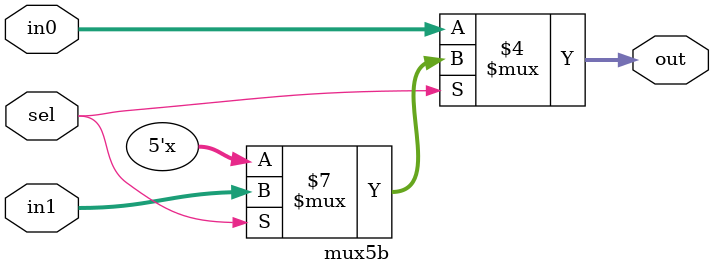
<source format=v>
`timescale 1ns / 1ps


module mux5b(sel,in1,in0,out);
input sel;
input [4:0]in1;
input [4:0]in0;
output [4:0]out;
reg [4:0]out;
always @(*) begin
if (sel) begin out = in1; end
if (sel==0) begin out=in0; end
end
endmodule


</source>
